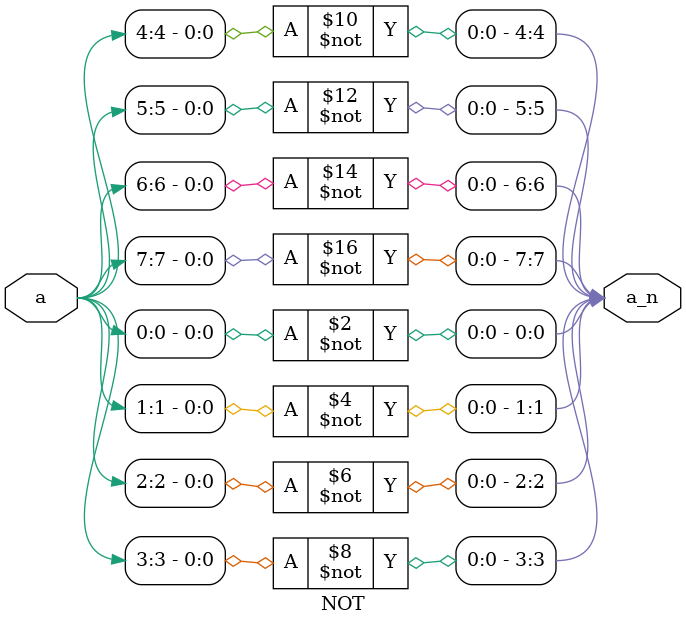
<source format=v>
module NOT
	(input [7:0] a,
  output [7:0] a_n);
  
  genvar i;
  generate
  for (i = 0; i < 8; i=i+1)
  begin
    nand(a_n[i], a[i], a[i]);
  end
  endgenerate
  
endmodule
</source>
